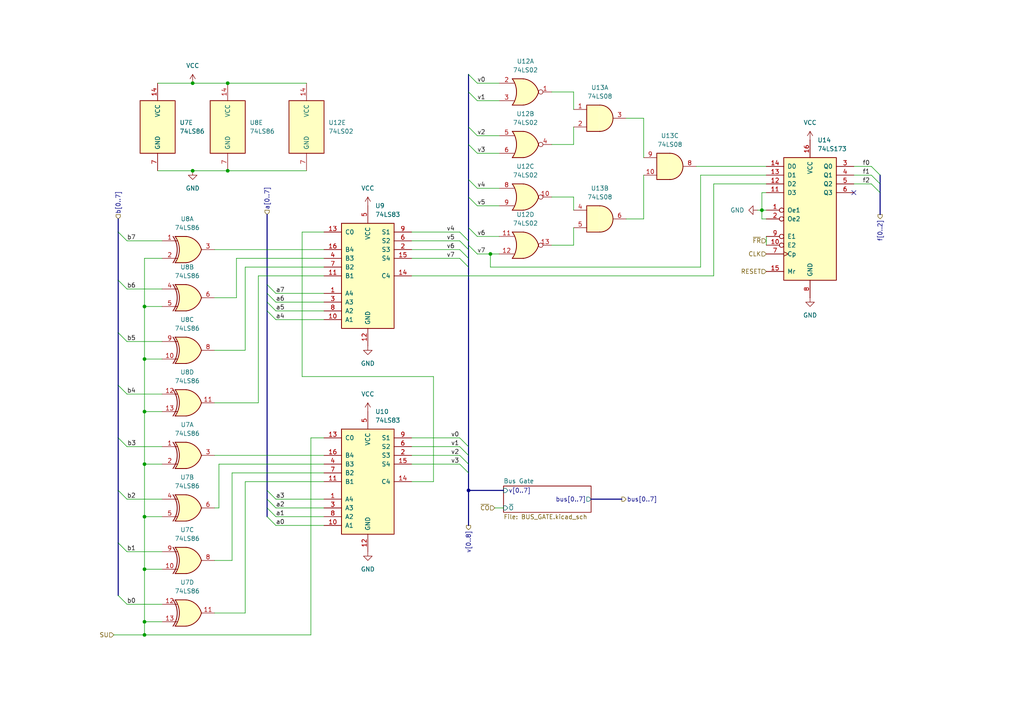
<source format=kicad_sch>
(kicad_sch (version 20250114) (generator "eeschema") (generator_version "9.0")
  (paper "A4")
  (lib_symbols
    (symbol "74xx:74LS02" (pin_names (offset 1.016))
      (property "Reference" "U" (at 0 1.27 0))
      (property "Value" "74LS02" (at 0 -1.27 0))
      (symbol "74LS02_1_1"
        (arc (start -3.81 3.81) (mid -2.589 0) (end -3.81 -3.81) (stroke (width 0.254)))
        (polyline (pts (xy -3.81 3.81) (xy -0.635 3.81)) (stroke (width 0.254)) (fill (type background)))
        (polyline (pts (xy -3.81 -3.81) (xy -0.635 -3.81)) (stroke (width 0.254)) (fill (type background)))
        (arc (start 3.81 0) (mid 2.1855 -2.584) (end -0.6096 -3.81) (stroke (width 0.254)) (fill (type background)))
        (arc (start -0.6096 3.81) (mid 2.1928 2.5924) (end 3.81 0) (stroke (width 0.254)) (fill (type background)))
        (polyline (pts (xy -0.635 3.81) (xy -3.81 3.81) (xy -3.81 3.81) (xy -3.556 3.4036) (xy -3.0226 2.2606) (xy -2.6924 1.0414) (xy -2.6162 -0.254) (xy -2.7686 -1.4986) (xy -3.175 -2.7178) (xy -3.81 -3.81) (xy -3.81 -3.81) (xy -0.635 -3.81)) (stroke (width -25.4)) (fill (type background)))
        (pin input line (at -7.62 2.54 0) (length 4.318) (name "~") (number "2"))
        (pin input line (at -7.62 -2.54 0) (length 4.318) (name "~") (number "3"))
        (pin output inverted (at 7.62 0 180) (length 3.81) (name "~") (number "1"))
      )
      (symbol "74LS02_1_2"
        (arc (start 0 3.81) (mid 3.7934 0) (end 0 -3.81) (stroke (width 0.254)) (fill (type background)))
        (polyline (pts (xy 0 3.81) (xy -3.81 3.81) (xy -3.81 -3.81) (xy 0 -3.81)) (stroke (width 0.254)) (fill (type background)))
        (pin input inverted (at -7.62 2.54 0) (length 3.81) (name "~") (number "2"))
        (pin input inverted (at -7.62 -2.54 0) (length 3.81) (name "~") (number "3"))
        (pin output line (at 7.62 0 180) (length 3.81) (name "~") (number "1"))
      )
      (symbol "74LS02_2_1"
        (arc (start -3.81 3.81) (mid -2.589 0) (end -3.81 -3.81) (stroke (width 0.254)))
        (polyline (pts (xy -3.81 3.81) (xy -0.635 3.81)) (stroke (width 0.254)) (fill (type background)))
        (polyline (pts (xy -3.81 -3.81) (xy -0.635 -3.81)) (stroke (width 0.254)) (fill (type background)))
        (arc (start 3.81 0) (mid 2.1855 -2.584) (end -0.6096 -3.81) (stroke (width 0.254)) (fill (type background)))
        (arc (start -0.6096 3.81) (mid 2.1928 2.5924) (end 3.81 0) (stroke (width 0.254)) (fill (type background)))
        (polyline (pts (xy -0.635 3.81) (xy -3.81 3.81) (xy -3.81 3.81) (xy -3.556 3.4036) (xy -3.0226 2.2606) (xy -2.6924 1.0414) (xy -2.6162 -0.254) (xy -2.7686 -1.4986) (xy -3.175 -2.7178) (xy -3.81 -3.81) (xy -3.81 -3.81) (xy -0.635 -3.81)) (stroke (width -25.4)) (fill (type background)))
        (pin input line (at -7.62 2.54 0) (length 4.318) (name "~") (number "5"))
        (pin input line (at -7.62 -2.54 0) (length 4.318) (name "~") (number "6"))
        (pin output inverted (at 7.62 0 180) (length 3.81) (name "~") (number "4"))
      )
      (symbol "74LS02_2_2"
        (arc (start 0 3.81) (mid 3.7934 0) (end 0 -3.81) (stroke (width 0.254)) (fill (type background)))
        (polyline (pts (xy 0 3.81) (xy -3.81 3.81) (xy -3.81 -3.81) (xy 0 -3.81)) (stroke (width 0.254)) (fill (type background)))
        (pin input inverted (at -7.62 2.54 0) (length 3.81) (name "~") (number "5"))
        (pin input inverted (at -7.62 -2.54 0) (length 3.81) (name "~") (number "6"))
        (pin output line (at 7.62 0 180) (length 3.81) (name "~") (number "4"))
      )
      (symbol "74LS02_3_1"
        (arc (start -3.81 3.81) (mid -2.589 0) (end -3.81 -3.81) (stroke (width 0.254)))
        (polyline (pts (xy -3.81 3.81) (xy -0.635 3.81)) (stroke (width 0.254)) (fill (type background)))
        (polyline (pts (xy -3.81 -3.81) (xy -0.635 -3.81)) (stroke (width 0.254)) (fill (type background)))
        (arc (start 3.81 0) (mid 2.1855 -2.584) (end -0.6096 -3.81) (stroke (width 0.254)) (fill (type background)))
        (arc (start -0.6096 3.81) (mid 2.1928 2.5924) (end 3.81 0) (stroke (width 0.254)) (fill (type background)))
        (polyline (pts (xy -0.635 3.81) (xy -3.81 3.81) (xy -3.81 3.81) (xy -3.556 3.4036) (xy -3.0226 2.2606) (xy -2.6924 1.0414) (xy -2.6162 -0.254) (xy -2.7686 -1.4986) (xy -3.175 -2.7178) (xy -3.81 -3.81) (xy -3.81 -3.81) (xy -0.635 -3.81)) (stroke (width -25.4)) (fill (type background)))
        (pin input line (at -7.62 2.54 0) (length 4.318) (name "~") (number "8"))
        (pin input line (at -7.62 -2.54 0) (length 4.318) (name "~") (number "9"))
        (pin output inverted (at 7.62 0 180) (length 3.81) (name "~") (number "10"))
      )
      (symbol "74LS02_3_2"
        (arc (start 0 3.81) (mid 3.7934 0) (end 0 -3.81) (stroke (width 0.254)) (fill (type background)))
        (polyline (pts (xy 0 3.81) (xy -3.81 3.81) (xy -3.81 -3.81) (xy 0 -3.81)) (stroke (width 0.254)) (fill (type background)))
        (pin input inverted (at -7.62 2.54 0) (length 3.81) (name "~") (number "8"))
        (pin input inverted (at -7.62 -2.54 0) (length 3.81) (name "~") (number "9"))
        (pin output line (at 7.62 0 180) (length 3.81) (name "~") (number "10"))
      )
      (symbol "74LS02_4_1"
        (arc (start -3.81 3.81) (mid -2.589 0) (end -3.81 -3.81) (stroke (width 0.254)))
        (polyline (pts (xy -3.81 3.81) (xy -0.635 3.81)) (stroke (width 0.254)) (fill (type background)))
        (polyline (pts (xy -3.81 -3.81) (xy -0.635 -3.81)) (stroke (width 0.254)) (fill (type background)))
        (arc (start 3.81 0) (mid 2.1855 -2.584) (end -0.6096 -3.81) (stroke (width 0.254)) (fill (type background)))
        (arc (start -0.6096 3.81) (mid 2.1928 2.5924) (end 3.81 0) (stroke (width 0.254)) (fill (type background)))
        (polyline (pts (xy -0.635 3.81) (xy -3.81 3.81) (xy -3.81 3.81) (xy -3.556 3.4036) (xy -3.0226 2.2606) (xy -2.6924 1.0414) (xy -2.6162 -0.254) (xy -2.7686 -1.4986) (xy -3.175 -2.7178) (xy -3.81 -3.81) (xy -3.81 -3.81) (xy -0.635 -3.81)) (stroke (width -25.4)) (fill (type background)))
        (pin input line (at -7.62 2.54 0) (length 4.318) (name "~") (number "11"))
        (pin input line (at -7.62 -2.54 0) (length 4.318) (name "~") (number "12"))
        (pin output inverted (at 7.62 0 180) (length 3.81) (name "~") (number "13"))
      )
      (symbol "74LS02_4_2"
        (arc (start 0 3.81) (mid 3.7934 0) (end 0 -3.81) (stroke (width 0.254)) (fill (type background)))
        (polyline (pts (xy 0 3.81) (xy -3.81 3.81) (xy -3.81 -3.81) (xy 0 -3.81)) (stroke (width 0.254)) (fill (type background)))
        (pin input inverted (at -7.62 2.54 0) (length 3.81) (name "~") (number "11"))
        (pin input inverted (at -7.62 -2.54 0) (length 3.81) (name "~") (number "12"))
        (pin output line (at 7.62 0 180) (length 3.81) (name "~") (number "13"))
      )
      (symbol "74LS02_5_0"
        (pin power_in line (at 0 12.7 270) (length 5.08) (name "VCC") (number "14"))
        (pin power_in line (at 0 -12.7 90) (length 5.08) (name "GND") (number "7"))
      )
      (symbol "74LS02_5_1"
        (rectangle (start -5.08 7.62) (end 5.08 -7.62) (stroke (width 0.254)) (fill (type background)))
      )
    )
    (symbol "74xx:74LS08" (pin_names (offset 1.016))
      (property "Reference" "U" (at 0 1.27 0))
      (property "Value" "74LS08" (at 0 -1.27 0))
      (symbol "74LS08_1_1"
        (arc (start 0 3.81) (mid 3.7934 0) (end 0 -3.81) (stroke (width 0.254)) (fill (type background)))
        (polyline (pts (xy 0 3.81) (xy -3.81 3.81) (xy -3.81 -3.81) (xy 0 -3.81)) (stroke (width 0.254)) (fill (type background)))
        (pin input line (at -7.62 2.54 0) (length 3.81) (name "~") (number "1"))
        (pin input line (at -7.62 -2.54 0) (length 3.81) (name "~") (number "2"))
        (pin output line (at 7.62 0 180) (length 3.81) (name "~") (number "3"))
      )
      (symbol "74LS08_1_2"
        (arc (start -3.81 3.81) (mid -2.589 0) (end -3.81 -3.81) (stroke (width 0.254)))
        (polyline (pts (xy -3.81 3.81) (xy -0.635 3.81)) (stroke (width 0.254)) (fill (type background)))
        (polyline (pts (xy -3.81 -3.81) (xy -0.635 -3.81)) (stroke (width 0.254)) (fill (type background)))
        (arc (start 3.81 0) (mid 2.1855 -2.584) (end -0.6096 -3.81) (stroke (width 0.254)) (fill (type background)))
        (arc (start -0.6096 3.81) (mid 2.1928 2.5924) (end 3.81 0) (stroke (width 0.254)) (fill (type background)))
        (polyline (pts (xy -0.635 3.81) (xy -3.81 3.81) (xy -3.81 3.81) (xy -3.556 3.4036) (xy -3.0226 2.2606) (xy -2.6924 1.0414) (xy -2.6162 -0.254) (xy -2.7686 -1.4986) (xy -3.175 -2.7178) (xy -3.81 -3.81) (xy -3.81 -3.81) (xy -0.635 -3.81)) (stroke (width -25.4)) (fill (type background)))
        (pin input inverted (at -7.62 2.54 0) (length 4.318) (name "~") (number "1"))
        (pin input inverted (at -7.62 -2.54 0) (length 4.318) (name "~") (number "2"))
        (pin output inverted (at 7.62 0 180) (length 3.81) (name "~") (number "3"))
      )
      (symbol "74LS08_2_1"
        (arc (start 0 3.81) (mid 3.7934 0) (end 0 -3.81) (stroke (width 0.254)) (fill (type background)))
        (polyline (pts (xy 0 3.81) (xy -3.81 3.81) (xy -3.81 -3.81) (xy 0 -3.81)) (stroke (width 0.254)) (fill (type background)))
        (pin input line (at -7.62 2.54 0) (length 3.81) (name "~") (number "4"))
        (pin input line (at -7.62 -2.54 0) (length 3.81) (name "~") (number "5"))
        (pin output line (at 7.62 0 180) (length 3.81) (name "~") (number "6"))
      )
      (symbol "74LS08_2_2"
        (arc (start -3.81 3.81) (mid -2.589 0) (end -3.81 -3.81) (stroke (width 0.254)))
        (polyline (pts (xy -3.81 3.81) (xy -0.635 3.81)) (stroke (width 0.254)) (fill (type background)))
        (polyline (pts (xy -3.81 -3.81) (xy -0.635 -3.81)) (stroke (width 0.254)) (fill (type background)))
        (arc (start 3.81 0) (mid 2.1855 -2.584) (end -0.6096 -3.81) (stroke (width 0.254)) (fill (type background)))
        (arc (start -0.6096 3.81) (mid 2.1928 2.5924) (end 3.81 0) (stroke (width 0.254)) (fill (type background)))
        (polyline (pts (xy -0.635 3.81) (xy -3.81 3.81) (xy -3.81 3.81) (xy -3.556 3.4036) (xy -3.0226 2.2606) (xy -2.6924 1.0414) (xy -2.6162 -0.254) (xy -2.7686 -1.4986) (xy -3.175 -2.7178) (xy -3.81 -3.81) (xy -3.81 -3.81) (xy -0.635 -3.81)) (stroke (width -25.4)) (fill (type background)))
        (pin input inverted (at -7.62 2.54 0) (length 4.318) (name "~") (number "4"))
        (pin input inverted (at -7.62 -2.54 0) (length 4.318) (name "~") (number "5"))
        (pin output inverted (at 7.62 0 180) (length 3.81) (name "~") (number "6"))
      )
      (symbol "74LS08_3_1"
        (arc (start 0 3.81) (mid 3.7934 0) (end 0 -3.81) (stroke (width 0.254)) (fill (type background)))
        (polyline (pts (xy 0 3.81) (xy -3.81 3.81) (xy -3.81 -3.81) (xy 0 -3.81)) (stroke (width 0.254)) (fill (type background)))
        (pin input line (at -7.62 2.54 0) (length 3.81) (name "~") (number "9"))
        (pin input line (at -7.62 -2.54 0) (length 3.81) (name "~") (number "10"))
        (pin output line (at 7.62 0 180) (length 3.81) (name "~") (number "8"))
      )
      (symbol "74LS08_3_2"
        (arc (start -3.81 3.81) (mid -2.589 0) (end -3.81 -3.81) (stroke (width 0.254)))
        (polyline (pts (xy -3.81 3.81) (xy -0.635 3.81)) (stroke (width 0.254)) (fill (type background)))
        (polyline (pts (xy -3.81 -3.81) (xy -0.635 -3.81)) (stroke (width 0.254)) (fill (type background)))
        (arc (start 3.81 0) (mid 2.1855 -2.584) (end -0.6096 -3.81) (stroke (width 0.254)) (fill (type background)))
        (arc (start -0.6096 3.81) (mid 2.1928 2.5924) (end 3.81 0) (stroke (width 0.254)) (fill (type background)))
        (polyline (pts (xy -0.635 3.81) (xy -3.81 3.81) (xy -3.81 3.81) (xy -3.556 3.4036) (xy -3.0226 2.2606) (xy -2.6924 1.0414) (xy -2.6162 -0.254) (xy -2.7686 -1.4986) (xy -3.175 -2.7178) (xy -3.81 -3.81) (xy -3.81 -3.81) (xy -0.635 -3.81)) (stroke (width -25.4)) (fill (type background)))
        (pin input inverted (at -7.62 2.54 0) (length 4.318) (name "~") (number "9"))
        (pin input inverted (at -7.62 -2.54 0) (length 4.318) (name "~") (number "10"))
        (pin output inverted (at 7.62 0 180) (length 3.81) (name "~") (number "8"))
      )
      (symbol "74LS08_4_1"
        (arc (start 0 3.81) (mid 3.7934 0) (end 0 -3.81) (stroke (width 0.254)) (fill (type background)))
        (polyline (pts (xy 0 3.81) (xy -3.81 3.81) (xy -3.81 -3.81) (xy 0 -3.81)) (stroke (width 0.254)) (fill (type background)))
        (pin input line (at -7.62 2.54 0) (length 3.81) (name "~") (number "12"))
        (pin input line (at -7.62 -2.54 0) (length 3.81) (name "~") (number "13"))
        (pin output line (at 7.62 0 180) (length 3.81) (name "~") (number "11"))
      )
      (symbol "74LS08_4_2"
        (arc (start -3.81 3.81) (mid -2.589 0) (end -3.81 -3.81) (stroke (width 0.254)))
        (polyline (pts (xy -3.81 3.81) (xy -0.635 3.81)) (stroke (width 0.254)) (fill (type background)))
        (polyline (pts (xy -3.81 -3.81) (xy -0.635 -3.81)) (stroke (width 0.254)) (fill (type background)))
        (arc (start 3.81 0) (mid 2.1855 -2.584) (end -0.6096 -3.81) (stroke (width 0.254)) (fill (type background)))
        (arc (start -0.6096 3.81) (mid 2.1928 2.5924) (end 3.81 0) (stroke (width 0.254)) (fill (type background)))
        (polyline (pts (xy -0.635 3.81) (xy -3.81 3.81) (xy -3.81 3.81) (xy -3.556 3.4036) (xy -3.0226 2.2606) (xy -2.6924 1.0414) (xy -2.6162 -0.254) (xy -2.7686 -1.4986) (xy -3.175 -2.7178) (xy -3.81 -3.81) (xy -3.81 -3.81) (xy -0.635 -3.81)) (stroke (width -25.4)) (fill (type background)))
        (pin input inverted (at -7.62 2.54 0) (length 4.318) (name "~") (number "12"))
        (pin input inverted (at -7.62 -2.54 0) (length 4.318) (name "~") (number "13"))
        (pin output inverted (at 7.62 0 180) (length 3.81) (name "~") (number "11"))
      )
      (symbol "74LS08_5_0"
        (pin power_in line (at 0 12.7 270) (length 5.08) (name "VCC") (number "14"))
        (pin power_in line (at 0 -12.7 90) (length 5.08) (name "GND") (number "7"))
      )
      (symbol "74LS08_5_1"
        (rectangle (start -5.08 7.62) (end 5.08 -7.62) (stroke (width 0.254)) (fill (type background)))
      )
    )
    (symbol "74xx:74LS173" (pin_names (offset 1.016))
      (property "Reference" "U" (at -7.62 19.05 0))
      (property "Value" "74LS173" (at -7.62 -19.05 0))
      (symbol "74LS173_1_0"
        (pin input line (at -12.7 15.24 0) (length 5.08) (name "D0") (number "14"))
        (pin input line (at -12.7 12.7 0) (length 5.08) (name "D1") (number "13"))
        (pin input line (at -12.7 10.16 0) (length 5.08) (name "D2") (number "12"))
        (pin input line (at -12.7 7.62 0) (length 5.08) (name "D3") (number "11"))
        (pin input inverted (at -12.7 2.54 0) (length 5.08) (name "Oe1") (number "1"))
        (pin input inverted (at -12.7 0 0) (length 5.08) (name "Oe2") (number "2"))
        (pin input inverted (at -12.7 -5.08 0) (length 5.08) (name "E1") (number "9"))
        (pin input inverted (at -12.7 -7.62 0) (length 5.08) (name "E2") (number "10"))
        (pin input clock (at -12.7 -10.16 0) (length 5.08) (name "Cp") (number "7"))
        (pin input line (at -12.7 -15.24 0) (length 5.08) (name "Mr") (number "15"))
        (pin power_in line (at 0 22.86 270) (length 5.08) (name "VCC") (number "16"))
        (pin power_in line (at 0 -22.86 90) (length 5.08) (name "GND") (number "8"))
        (pin tri_state line (at 12.7 15.24 180) (length 5.08) (name "Q0") (number "3"))
        (pin tri_state line (at 12.7 12.7 180) (length 5.08) (name "Q1") (number "4"))
        (pin tri_state line (at 12.7 10.16 180) (length 5.08) (name "Q2") (number "5"))
        (pin tri_state line (at 12.7 7.62 180) (length 5.08) (name "Q3") (number "6"))
      )
      (symbol "74LS173_1_1"
        (rectangle (start -7.62 17.78) (end 7.62 -17.78) (stroke (width 0.254)) (fill (type background)))
      )
    )
    (symbol "74xx:74LS83" (pin_names (offset 1.016))
      (property "Reference" "U" (at -7.62 16.51 0))
      (property "Value" "74LS83" (at -7.62 -16.51 0))
      (symbol "74LS83_1_0"
        (pin input line (at -12.7 12.7 0) (length 5.08) (name "C0") (number "13"))
        (pin input line (at -12.7 7.62 0) (length 5.08) (name "B4") (number "16"))
        (pin input line (at -12.7 5.08 0) (length 5.08) (name "B3") (number "4"))
        (pin input line (at -12.7 2.54 0) (length 5.08) (name "B2") (number "7"))
        (pin input line (at -12.7 0 0) (length 5.08) (name "B1") (number "11"))
        (pin input line (at -12.7 -5.08 0) (length 5.08) (name "A4") (number "1"))
        (pin input line (at -12.7 -7.62 0) (length 5.08) (name "A3") (number "3"))
        (pin input line (at -12.7 -10.16 0) (length 5.08) (name "A2") (number "8"))
        (pin input line (at -12.7 -12.7 0) (length 5.08) (name "A1") (number "10"))
        (pin power_in line (at 0 20.32 270) (length 5.08) (name "VCC") (number "5"))
        (pin power_in line (at 0 -20.32 90) (length 5.08) (name "GND") (number "12"))
        (pin output line (at 12.7 12.7 180) (length 5.08) (name "S1") (number "9"))
        (pin output line (at 12.7 10.16 180) (length 5.08) (name "S2") (number "6"))
        (pin output line (at 12.7 7.62 180) (length 5.08) (name "S3") (number "2"))
        (pin output line (at 12.7 5.08 180) (length 5.08) (name "S4") (number "15"))
        (pin output line (at 12.7 0 180) (length 5.08) (name "C4") (number "14"))
      )
      (symbol "74LS83_1_1"
        (rectangle (start -7.62 15.24) (end 7.62 -15.24) (stroke (width 0.254)) (fill (type background)))
      )
    )
    (symbol "74xx:74LS86" (pin_names (offset 1.016))
      (property "Reference" "U" (at 0 1.27 0))
      (property "Value" "74LS86" (at 0 -1.27 0))
      (symbol "74LS86_1_0"
        (arc (start -4.4196 3.81) (mid -3.2033 0) (end -4.4196 -3.81) (stroke (width 0.254)))
        (arc (start -3.81 3.81) (mid -2.589 0) (end -3.81 -3.81) (stroke (width 0.254)))
        (polyline (pts (xy -3.81 3.81) (xy -0.635 3.81)) (stroke (width 0.254)) (fill (type background)))
        (polyline (pts (xy -3.81 -3.81) (xy -0.635 -3.81)) (stroke (width 0.254)) (fill (type background)))
        (arc (start 3.81 0) (mid 2.1855 -2.584) (end -0.6096 -3.81) (stroke (width 0.254)) (fill (type background)))
        (arc (start -0.6096 3.81) (mid 2.1928 2.5924) (end 3.81 0) (stroke (width 0.254)) (fill (type background)))
        (polyline (pts (xy -0.635 3.81) (xy -3.81 3.81) (xy -3.81 3.81) (xy -3.556 3.4036) (xy -3.0226 2.2606) (xy -2.6924 1.0414) (xy -2.6162 -0.254) (xy -2.7686 -1.4986) (xy -3.175 -2.7178) (xy -3.81 -3.81) (xy -3.81 -3.81) (xy -0.635 -3.81)) (stroke (width -25.4)) (fill (type background)))
        (pin input line (at -7.62 2.54 0) (length 4.445) (name "~") (number "1"))
        (pin input line (at -7.62 -2.54 0) (length 4.445) (name "~") (number "2"))
        (pin output line (at 7.62 0 180) (length 3.81) (name "~") (number "3"))
      )
      (symbol "74LS86_1_1"
        (polyline (pts (xy -3.81 2.54) (xy -3.175 2.54)) (stroke (width 0.1524)))
        (polyline (pts (xy -3.81 -2.54) (xy -3.175 -2.54)) (stroke (width 0.1524)))
      )
      (symbol "74LS86_2_0"
        (arc (start -4.4196 3.81) (mid -3.2033 0) (end -4.4196 -3.81) (stroke (width 0.254)))
        (arc (start -3.81 3.81) (mid -2.589 0) (end -3.81 -3.81) (stroke (width 0.254)))
        (polyline (pts (xy -3.81 3.81) (xy -0.635 3.81)) (stroke (width 0.254)) (fill (type background)))
        (polyline (pts (xy -3.81 -3.81) (xy -0.635 -3.81)) (stroke (width 0.254)) (fill (type background)))
        (arc (start 3.81 0) (mid 2.1855 -2.584) (end -0.6096 -3.81) (stroke (width 0.254)) (fill (type background)))
        (arc (start -0.6096 3.81) (mid 2.1928 2.5924) (end 3.81 0) (stroke (width 0.254)) (fill (type background)))
        (polyline (pts (xy -0.635 3.81) (xy -3.81 3.81) (xy -3.81 3.81) (xy -3.556 3.4036) (xy -3.0226 2.2606) (xy -2.6924 1.0414) (xy -2.6162 -0.254) (xy -2.7686 -1.4986) (xy -3.175 -2.7178) (xy -3.81 -3.81) (xy -3.81 -3.81) (xy -0.635 -3.81)) (stroke (width -25.4)) (fill (type background)))
        (pin input line (at -7.62 2.54 0) (length 4.445) (name "~") (number "4"))
        (pin input line (at -7.62 -2.54 0) (length 4.445) (name "~") (number "5"))
        (pin output line (at 7.62 0 180) (length 3.81) (name "~") (number "6"))
      )
      (symbol "74LS86_2_1"
        (polyline (pts (xy -3.81 2.54) (xy -3.175 2.54)) (stroke (width 0.1524)))
        (polyline (pts (xy -3.81 -2.54) (xy -3.175 -2.54)) (stroke (width 0.1524)))
      )
      (symbol "74LS86_3_0"
        (arc (start -4.4196 3.81) (mid -3.2033 0) (end -4.4196 -3.81) (stroke (width 0.254)))
        (arc (start -3.81 3.81) (mid -2.589 0) (end -3.81 -3.81) (stroke (width 0.254)))
        (polyline (pts (xy -3.81 3.81) (xy -0.635 3.81)) (stroke (width 0.254)) (fill (type background)))
        (polyline (pts (xy -3.81 -3.81) (xy -0.635 -3.81)) (stroke (width 0.254)) (fill (type background)))
        (arc (start 3.81 0) (mid 2.1855 -2.584) (end -0.6096 -3.81) (stroke (width 0.254)) (fill (type background)))
        (arc (start -0.6096 3.81) (mid 2.1928 2.5924) (end 3.81 0) (stroke (width 0.254)) (fill (type background)))
        (polyline (pts (xy -0.635 3.81) (xy -3.81 3.81) (xy -3.81 3.81) (xy -3.556 3.4036) (xy -3.0226 2.2606) (xy -2.6924 1.0414) (xy -2.6162 -0.254) (xy -2.7686 -1.4986) (xy -3.175 -2.7178) (xy -3.81 -3.81) (xy -3.81 -3.81) (xy -0.635 -3.81)) (stroke (width -25.4)) (fill (type background)))
        (pin input line (at -7.62 2.54 0) (length 4.445) (name "~") (number "9"))
        (pin input line (at -7.62 -2.54 0) (length 4.445) (name "~") (number "10"))
        (pin output line (at 7.62 0 180) (length 3.81) (name "~") (number "8"))
      )
      (symbol "74LS86_3_1"
        (polyline (pts (xy -3.81 2.54) (xy -3.175 2.54)) (stroke (width 0.1524)))
        (polyline (pts (xy -3.81 -2.54) (xy -3.175 -2.54)) (stroke (width 0.1524)))
      )
      (symbol "74LS86_4_0"
        (arc (start -4.4196 3.81) (mid -3.2033 0) (end -4.4196 -3.81) (stroke (width 0.254)))
        (arc (start -3.81 3.81) (mid -2.589 0) (end -3.81 -3.81) (stroke (width 0.254)))
        (polyline (pts (xy -3.81 3.81) (xy -0.635 3.81)) (stroke (width 0.254)) (fill (type background)))
        (polyline (pts (xy -3.81 -3.81) (xy -0.635 -3.81)) (stroke (width 0.254)) (fill (type background)))
        (arc (start 3.81 0) (mid 2.1855 -2.584) (end -0.6096 -3.81) (stroke (width 0.254)) (fill (type background)))
        (arc (start -0.6096 3.81) (mid 2.1928 2.5924) (end 3.81 0) (stroke (width 0.254)) (fill (type background)))
        (polyline (pts (xy -0.635 3.81) (xy -3.81 3.81) (xy -3.81 3.81) (xy -3.556 3.4036) (xy -3.0226 2.2606) (xy -2.6924 1.0414) (xy -2.6162 -0.254) (xy -2.7686 -1.4986) (xy -3.175 -2.7178) (xy -3.81 -3.81) (xy -3.81 -3.81) (xy -0.635 -3.81)) (stroke (width -25.4)) (fill (type background)))
        (pin input line (at -7.62 2.54 0) (length 4.445) (name "~") (number "12"))
        (pin input line (at -7.62 -2.54 0) (length 4.445) (name "~") (number "13"))
        (pin output line (at 7.62 0 180) (length 3.81) (name "~") (number "11"))
      )
      (symbol "74LS86_4_1"
        (polyline (pts (xy -3.81 2.54) (xy -3.175 2.54)) (stroke (width 0.1524)))
        (polyline (pts (xy -3.81 -2.54) (xy -3.175 -2.54)) (stroke (width 0.1524)))
      )
      (symbol "74LS86_5_0"
        (pin power_in line (at 0 12.7 270) (length 5.08) (name "VCC") (number "14"))
        (pin power_in line (at 0 -12.7 90) (length 5.08) (name "GND") (number "7"))
      )
      (symbol "74LS86_5_1"
        (rectangle (start -5.08 7.62) (end 5.08 -7.62) (stroke (width 0.254)) (fill (type background)))
      )
    )
    (symbol "power:GND" (power) (pin_numbers (hide yes)) (pin_names (offset 0) (hide yes))
      (property "Value" "GND" (at 0 -3.81 0))
      (symbol "GND_0_1"
        (polyline (pts (xy 0 0) (xy 0 -1.27) (xy 1.27 -1.27) (xy 0 -2.54) (xy -1.27 -1.27) (xy 0 -1.27)))
      )
      (symbol "GND_1_1"
        (pin power_in line (at 0 0 270) (length 0) (name "~") (number "1"))
      )
    )
    (symbol "power:VCC" (power) (pin_numbers (hide yes)) (pin_names (offset 0) (hide yes))
      (property "Value" "VCC" (at 0 3.556 0))
      (symbol "VCC_0_1"
        (polyline (pts (xy -0.762 1.27) (xy 0 2.54)))
        (polyline (pts (xy 0 2.54) (xy 0.762 1.27)))
        (polyline (pts (xy 0 0) (xy 0 2.54)))
      )
      (symbol "VCC_1_1"
        (pin power_in line (at 0 0 90) (length 0) (name "~") (number "1"))
      )
    )
  )
  (junction (at 41.91 104.14))
  (junction (at 55.88 24.13))
  (junction (at 55.88 49.53))
  (junction (at 41.91 149.86))
  (junction (at 142.24 73.66))
  (junction (at 135.89 142.24))
  (junction (at 41.91 119.38))
  (junction (at 66.04 49.53))
  (junction (at 41.91 180.34))
  (junction (at 220.98 60.96))
  (junction (at 41.91 165.1))
  (junction (at 66.04 24.13))
  (junction (at 41.91 184.15))
  (junction (at 41.91 88.9))
  (junction (at 41.91 134.62))
  (no_connect (at 247.65 55.88))
  (bus_entry (at 135.89 71.12) (size 2.54 2.54))
  (bus_entry (at 133.35 132.08) (size 2.54 2.54))
  (bus_entry (at 34.29 142.24) (size 2.54 2.54))
  (bus_entry (at 34.29 157.48) (size 2.54 2.54))
  (bus_entry (at 34.29 81.28) (size 2.54 2.54))
  (bus_entry (at 34.29 172.72) (size 2.54 2.54))
  (bus_entry (at 77.47 85.09) (size 2.54 2.54))
  (bus_entry (at 133.35 72.39) (size 2.54 2.54))
  (bus_entry (at 135.89 66.04) (size 2.54 2.54))
  (bus_entry (at 135.89 57.15) (size 2.54 2.54))
  (bus_entry (at 133.35 67.31) (size 2.54 2.54))
  (bus_entry (at 135.89 21.59) (size 2.54 2.54))
  (bus_entry (at 77.47 147.32) (size 2.54 2.54))
  (bus_entry (at 135.89 26.67) (size 2.54 2.54))
  (bus_entry (at 77.47 90.17) (size 2.54 2.54))
  (bus_entry (at 34.29 111.76) (size 2.54 2.54))
  (bus_entry (at 34.29 96.52) (size 2.54 2.54))
  (bus_entry (at 133.35 127) (size 2.54 2.54))
  (bus_entry (at 34.29 127) (size 2.54 2.54))
  (bus_entry (at 133.35 69.85) (size 2.54 2.54))
  (bus_entry (at 133.35 74.93) (size 2.54 2.54))
  (bus_entry (at 34.29 67.31) (size 2.54 2.54))
  (bus_entry (at 77.47 144.78) (size 2.54 2.54))
  (bus_entry (at 252.73 50.8) (size 2.54 2.54))
  (bus_entry (at 252.73 53.34) (size 2.54 2.54))
  (bus_entry (at 77.47 149.86) (size 2.54 2.54))
  (bus_entry (at 135.89 41.91) (size 2.54 2.54))
  (bus_entry (at 133.35 134.62) (size 2.54 2.54))
  (bus_entry (at 77.47 82.55) (size 2.54 2.54))
  (bus_entry (at 135.89 36.83) (size 2.54 2.54))
  (bus_entry (at 135.89 52.07) (size 2.54 2.54))
  (bus_entry (at 133.35 129.54) (size 2.54 2.54))
  (bus_entry (at 77.47 142.24) (size 2.54 2.54))
  (bus_entry (at 77.47 87.63) (size 2.54 2.54))
  (bus_entry (at 252.73 48.26) (size 2.54 2.54))
  (bus (pts (xy 77.47 82.55) (xy 77.47 85.09)))
  (wire (pts (xy 207.01 53.34) (xy 222.25 53.34)))
  (bus (pts (xy 255.27 50.8) (xy 255.27 53.34)))
  (wire (pts (xy 181.61 63.5) (xy 186.69 63.5)))
  (wire (pts (xy 119.38 129.54) (xy 133.35 129.54)))
  (wire (pts (xy 143.51 147.32) (xy 146.05 147.32)))
  (wire (pts (xy 41.91 119.38) (xy 41.91 134.62)))
  (bus (pts (xy 77.47 62.23) (xy 77.47 82.55)))
  (wire (pts (xy 62.23 101.6) (xy 71.12 101.6)))
  (wire (pts (xy 71.12 177.8) (xy 71.12 139.7)))
  (wire (pts (xy 55.88 24.13) (xy 66.04 24.13)))
  (wire (pts (xy 71.12 139.7) (xy 93.98 139.7)))
  (wire (pts (xy 160.02 41.91) (xy 166.37 41.91)))
  (bus (pts (xy 135.89 52.07) (xy 135.89 57.15)))
  (bus (pts (xy 34.29 67.31) (xy 34.29 81.28)))
  (wire (pts (xy 67.31 162.56) (xy 67.31 137.16)))
  (bus (pts (xy 255.27 53.34) (xy 255.27 55.88)))
  (wire (pts (xy 160.02 26.67) (xy 166.37 26.67)))
  (bus (pts (xy 34.29 111.76) (xy 34.29 127)))
  (wire (pts (xy 36.83 114.3) (xy 46.99 114.3)))
  (wire (pts (xy 201.93 48.26) (xy 222.25 48.26)))
  (wire (pts (xy 80.01 147.32) (xy 93.98 147.32)))
  (bus (pts (xy 135.89 71.12) (xy 135.89 72.39)))
  (wire (pts (xy 80.01 92.71) (xy 93.98 92.71)))
  (wire (pts (xy 36.83 99.06) (xy 46.99 99.06)))
  (wire (pts (xy 36.83 160.02) (xy 46.99 160.02)))
  (wire (pts (xy 36.83 144.78) (xy 46.99 144.78)))
  (wire (pts (xy 119.38 134.62) (xy 133.35 134.62)))
  (wire (pts (xy 33.02 184.15) (xy 41.91 184.15)))
  (wire (pts (xy 67.31 137.16) (xy 93.98 137.16)))
  (bus (pts (xy 135.89 74.93) (xy 135.89 77.47)))
  (wire (pts (xy 160.02 71.12) (xy 166.37 71.12)))
  (wire (pts (xy 119.38 139.7) (xy 125.73 139.7)))
  (wire (pts (xy 203.2 50.8) (xy 222.25 50.8)))
  (bus (pts (xy 135.89 72.39) (xy 135.89 74.93)))
  (wire (pts (xy 74.93 80.01) (xy 93.98 80.01)))
  (wire (pts (xy 142.24 73.66) (xy 144.78 73.66)))
  (bus (pts (xy 77.47 147.32) (xy 77.47 149.86)))
  (wire (pts (xy 166.37 26.67) (xy 166.37 31.75)))
  (wire (pts (xy 119.38 67.31) (xy 133.35 67.31)))
  (bus (pts (xy 135.89 77.47) (xy 135.89 129.54)))
  (bus (pts (xy 135.89 137.16) (xy 135.89 142.24)))
  (wire (pts (xy 80.01 87.63) (xy 93.98 87.63)))
  (wire (pts (xy 138.43 68.58) (xy 144.78 68.58)))
  (wire (pts (xy 247.65 53.34) (xy 252.73 53.34)))
  (wire (pts (xy 80.01 149.86) (xy 93.98 149.86)))
  (wire (pts (xy 80.01 85.09) (xy 93.98 85.09)))
  (bus (pts (xy 34.29 127) (xy 34.29 142.24)))
  (bus (pts (xy 135.89 26.67) (xy 135.89 36.83)))
  (bus (pts (xy 135.89 129.54) (xy 135.89 132.08)))
  (wire (pts (xy 160.02 57.15) (xy 166.37 57.15)))
  (bus (pts (xy 77.47 144.78) (xy 77.47 147.32)))
  (wire (pts (xy 80.01 152.4) (xy 93.98 152.4)))
  (bus (pts (xy 135.89 21.59) (xy 135.89 26.67)))
  (wire (pts (xy 41.91 149.86) (xy 46.99 149.86)))
  (wire (pts (xy 36.83 129.54) (xy 46.99 129.54)))
  (wire (pts (xy 46.99 74.93) (xy 41.91 74.93)))
  (wire (pts (xy 222.25 55.88) (xy 220.98 55.88)))
  (bus (pts (xy 135.89 36.83) (xy 135.89 41.91)))
  (wire (pts (xy 66.04 24.13) (xy 88.9 24.13)))
  (wire (pts (xy 36.83 175.26) (xy 46.99 175.26)))
  (wire (pts (xy 222.25 68.58) (xy 222.25 71.12)))
  (bus (pts (xy 34.29 142.24) (xy 34.29 157.48)))
  (bus (pts (xy 77.47 142.24) (xy 77.47 144.78)))
  (wire (pts (xy 207.01 53.34) (xy 207.01 80.01)))
  (bus (pts (xy 135.89 132.08) (xy 135.89 134.62)))
  (bus (pts (xy 77.47 85.09) (xy 77.47 87.63)))
  (bus (pts (xy 77.47 90.17) (xy 77.47 142.24)))
  (bus (pts (xy 77.47 87.63) (xy 77.47 90.17)))
  (bus (pts (xy 135.89 134.62) (xy 135.89 137.16)))
  (wire (pts (xy 45.72 24.13) (xy 55.88 24.13)))
  (wire (pts (xy 166.37 41.91) (xy 166.37 36.83)))
  (wire (pts (xy 41.91 184.15) (xy 41.91 180.34)))
  (wire (pts (xy 68.58 74.93) (xy 93.98 74.93)))
  (wire (pts (xy 71.12 77.47) (xy 93.98 77.47)))
  (wire (pts (xy 247.65 48.26) (xy 252.73 48.26)))
  (bus (pts (xy 135.89 142.24) (xy 146.05 142.24)))
  (wire (pts (xy 80.01 144.78) (xy 93.98 144.78)))
  (wire (pts (xy 138.43 44.45) (xy 144.78 44.45)))
  (wire (pts (xy 87.63 109.22) (xy 87.63 67.31)))
  (wire (pts (xy 220.98 55.88) (xy 220.98 60.96)))
  (bus (pts (xy 135.89 66.04) (xy 135.89 69.85)))
  (wire (pts (xy 186.69 34.29) (xy 186.69 45.72)))
  (wire (pts (xy 41.91 180.34) (xy 46.99 180.34)))
  (bus (pts (xy 135.89 57.15) (xy 135.89 66.04)))
  (bus (pts (xy 34.29 81.28) (xy 34.29 96.52)))
  (wire (pts (xy 119.38 72.39) (xy 133.35 72.39)))
  (wire (pts (xy 181.61 34.29) (xy 186.69 34.29)))
  (wire (pts (xy 138.43 54.61) (xy 144.78 54.61)))
  (bus (pts (xy 135.89 69.85) (xy 135.89 71.12)))
  (wire (pts (xy 142.24 73.66) (xy 142.24 77.47)))
  (wire (pts (xy 62.23 147.32) (xy 63.5 147.32)))
  (wire (pts (xy 138.43 59.69) (xy 144.78 59.69)))
  (wire (pts (xy 36.83 83.82) (xy 46.99 83.82)))
  (wire (pts (xy 90.17 127) (xy 90.17 184.15)))
  (wire (pts (xy 119.38 132.08) (xy 133.35 132.08)))
  (wire (pts (xy 41.91 88.9) (xy 41.91 104.14)))
  (wire (pts (xy 41.91 88.9) (xy 46.99 88.9)))
  (wire (pts (xy 247.65 50.8) (xy 252.73 50.8)))
  (bus (pts (xy 34.29 96.52) (xy 34.29 111.76)))
  (wire (pts (xy 220.98 60.96) (xy 222.25 60.96)))
  (wire (pts (xy 55.88 49.53) (xy 66.04 49.53)))
  (wire (pts (xy 63.5 134.62) (xy 93.98 134.62)))
  (wire (pts (xy 138.43 29.21) (xy 144.78 29.21)))
  (wire (pts (xy 119.38 80.01) (xy 207.01 80.01)))
  (wire (pts (xy 80.01 90.17) (xy 93.98 90.17)))
  (bus (pts (xy 34.29 157.48) (xy 34.29 172.72)))
  (wire (pts (xy 125.73 139.7) (xy 125.73 109.22)))
  (wire (pts (xy 71.12 101.6) (xy 71.12 77.47)))
  (wire (pts (xy 41.91 134.62) (xy 41.91 149.86)))
  (bus (pts (xy 135.89 142.24) (xy 135.89 152.4)))
  (wire (pts (xy 119.38 127) (xy 133.35 127)))
  (wire (pts (xy 166.37 71.12) (xy 166.37 66.04)))
  (wire (pts (xy 93.98 127) (xy 90.17 127)))
  (wire (pts (xy 68.58 86.36) (xy 68.58 74.93)))
  (wire (pts (xy 62.23 132.08) (xy 93.98 132.08)))
  (wire (pts (xy 220.98 60.96) (xy 220.98 63.5)))
  (wire (pts (xy 74.93 116.84) (xy 74.93 80.01)))
  (wire (pts (xy 62.23 86.36) (xy 68.58 86.36)))
  (wire (pts (xy 125.73 109.22) (xy 87.63 109.22)))
  (bus (pts (xy 255.27 55.88) (xy 255.27 62.23)))
  (wire (pts (xy 87.63 67.31) (xy 93.98 67.31)))
  (wire (pts (xy 41.91 104.14) (xy 46.99 104.14)))
  (wire (pts (xy 41.91 74.93) (xy 41.91 88.9)))
  (wire (pts (xy 119.38 69.85) (xy 133.35 69.85)))
  (wire (pts (xy 203.2 77.47) (xy 203.2 50.8)))
  (wire (pts (xy 219.71 60.96) (xy 220.98 60.96)))
  (wire (pts (xy 142.24 77.47) (xy 203.2 77.47)))
  (bus (pts (xy 171.45 144.78) (xy 180.34 144.78)))
  (wire (pts (xy 36.83 69.85) (xy 46.99 69.85)))
  (bus (pts (xy 135.89 41.91) (xy 135.89 52.07)))
  (wire (pts (xy 138.43 24.13) (xy 144.78 24.13)))
  (wire (pts (xy 62.23 116.84) (xy 74.93 116.84)))
  (wire (pts (xy 220.98 63.5) (xy 222.25 63.5)))
  (wire (pts (xy 138.43 39.37) (xy 144.78 39.37)))
  (wire (pts (xy 62.23 72.39) (xy 93.98 72.39)))
  (wire (pts (xy 63.5 147.32) (xy 63.5 134.62)))
  (bus (pts (xy 34.29 63.5) (xy 34.29 67.31)))
  (wire (pts (xy 41.91 119.38) (xy 46.99 119.38)))
  (wire (pts (xy 166.37 57.15) (xy 166.37 60.96)))
  (wire (pts (xy 41.91 149.86) (xy 41.91 165.1)))
  (wire (pts (xy 62.23 162.56) (xy 67.31 162.56)))
  (wire (pts (xy 41.91 134.62) (xy 46.99 134.62)))
  (wire (pts (xy 138.43 73.66) (xy 142.24 73.66)))
  (wire (pts (xy 41.91 165.1) (xy 46.99 165.1)))
  (wire (pts (xy 186.69 63.5) (xy 186.69 50.8)))
  (wire (pts (xy 90.17 184.15) (xy 41.91 184.15)))
  (wire (pts (xy 66.04 49.53) (xy 88.9 49.53)))
  (wire (pts (xy 45.72 49.53) (xy 55.88 49.53)))
  (wire (pts (xy 41.91 104.14) (xy 41.91 119.38)))
  (wire (pts (xy 62.23 177.8) (xy 71.12 177.8)))
  (wire (pts (xy 41.91 165.1) (xy 41.91 180.34)))
  (wire (pts (xy 119.38 74.93) (xy 133.35 74.93)))
  (label "v1" (at 130.81 129.54 0))
  (label "v3" (at 138.43 44.45 0))
  (label "f1" (at 250.19 50.8 0))
  (label "v4" (at 129.54 67.31 0))
  (label "a5" (at 80.01 90.17 0))
  (label "v5" (at 129.54 69.85 0))
  (label "v0" (at 138.43 24.13 0))
  (label "a2" (at 80.01 147.32 0))
  (label "b5" (at 36.83 99.06 0))
  (label "a7" (at 80.01 85.09 0))
  (label "v1" (at 138.43 29.21 0))
  (label "v6" (at 138.43 68.58 0))
  (label "v6" (at 129.54 72.39 0))
  (label "v4" (at 138.43 54.61 0))
  (label "a0" (at 80.01 152.4 0))
  (label "v5" (at 138.43 59.69 0))
  (label "a3" (at 80.01 144.78 0))
  (label "f0" (at 250.19 48.26 0))
  (label "a1" (at 80.01 149.86 0))
  (label "v2" (at 130.81 132.08 0))
  (label "v0" (at 130.81 127 0))
  (label "v7" (at 129.54 74.93 0))
  (label "v7" (at 138.43 73.66 0))
  (label "b1" (at 36.83 160.02 0))
  (label "v3" (at 130.81 134.62 0))
  (label "b6" (at 36.83 83.82 0))
  (label "b4" (at 36.83 114.3 0))
  (label "b7" (at 36.83 69.85 0))
  (label "v2" (at 138.43 39.37 0))
  (label "b2" (at 36.83 144.78 0))
  (label "a6" (at 80.01 87.63 0))
  (label "f2" (at 250.19 53.34 0))
  (label "a4" (at 80.01 92.71 0))
  (label "b3" (at 36.9137 129.54 0))
  (label "b0" (at 36.83 175.26 0))
  (hierarchical_label "CLK" (shape input) (at 222.25 73.66 180))
  (hierarchical_label "~{FR}" (shape input) (at 222.25 69.85 180))
  (hierarchical_label "~{CO}" (shape input) (at 143.51 147.32 180))
  (hierarchical_label "f[0..2]" (shape output) (at 255.27 62.23 270))
  (hierarchical_label "bus[0..7]" (shape output) (at 180.34 144.78 0))
  (hierarchical_label "a[0..7]" (shape input) (at 77.47 62.23 90))
  (hierarchical_label "SU" (shape input) (at 33.02 184.15 180))
  (hierarchical_label "v[0..8]" (shape output) (at 135.89 152.4 270))
  (hierarchical_label "b[0..7]" (shape input) (at 34.29 63.5 90))
  (hierarchical_label "RESET" (shape input) (at 222.25 78.74 180))
  (symbol (lib_id "74xx:74LS86") (at 54.61 177.8 0) (unit 4)
    (property "Reference" "U7" (at 54.3052 168.91 0))
    (property "Value" "74LS86" (at 54.3052 171.45 0))
    (property "Footprint" "Package_DIP:DIP-14_W7.62mm" (effects (hide yes)))
    (property "Datasheet" "74xx/74ls86.pdf" (effects (hide yes)))
    (property "Description" "Quad 2-input XOR" (effects (hide yes)))
  )
  (symbol (lib_id "74xx:74LS86") (at 54.61 86.36 0) (unit 2)
    (property "Reference" "U8" (at 54.3052 77.47 0))
    (property "Value" "74LS86" (at 54.3052 80.01 0))
    (property "Footprint" "Package_DIP:DIP-14_W7.62mm" (effects (hide yes)))
    (property "Datasheet" "74xx/74ls86.pdf" (effects (hide yes)))
    (property "Description" "Quad 2-input XOR" (effects (hide yes)))
  )
  (symbol (lib_id "power:VCC") (at 55.88 24.13 0) (unit 1)
    (property "Reference" "#PWR021" (effects (hide yes)))
    (property "Value" "VCC" (at 55.88 19.05 0))
    (property "Description" "Power symbol creates a global label with name \"VCC\"" (effects (hide yes)))
  )
  (symbol (lib_id "74xx:74LS02") (at 152.4 57.15 0) (unit 3)
    (property "Reference" "U12" (at 152.4 48.26 0))
    (property "Value" "74LS02" (at 152.4 50.8 0))
    (property "Footprint" "Package_DIP:DIP-14_W7.62mm" (effects (hide yes)))
    (property "Datasheet" "http://www.ti.com/lit/gpn/sn74ls02" (effects (hide yes)))
    (property "Description" "quad 2-input NOR gate" (effects (hide yes)))
  )
  (symbol (lib_id "74xx:74LS08") (at 194.31 48.26 0) (unit 3)
    (property "Reference" "U13" (at 194.3017 39.37 0))
    (property "Value" "74LS08" (at 194.3017 41.91 0))
    (property "Footprint" "Package_DIP:DIP-14_W7.62mm" (effects (hide yes)))
    (property "Datasheet" "http://www.ti.com/lit/gpn/sn74LS08" (effects (hide yes)))
    (property "Description" "Quad And2" (effects (hide yes)))
  )
  (symbol (lib_id "power:VCC") (at 106.68 59.69 0) (unit 1)
    (property "Reference" "#PWR022" (effects (hide yes)))
    (property "Value" "VCC" (at 106.68 54.61 0))
    (property "Description" "Power symbol creates a global label with name \"VCC\"" (effects (hide yes)))
  )
  (symbol (lib_id "power:VCC") (at 234.95 40.64 0) (unit 1)
    (property "Reference" "#PWR029" (effects (hide yes)))
    (property "Value" "VCC" (at 234.95 35.56 0))
    (property "Description" "Power symbol creates a global label with name \"VCC\"" (effects (hide yes)))
  )
  (symbol (lib_id "74xx:74LS83") (at 106.68 80.01 0) (unit 1)
    (property "Reference" "U9" (at 108.8233 59.69 0) (effects (justify left)))
    (property "Value" "74LS83" (at 108.8233 62.23 0) (effects (justify left)))
    (property "Footprint" "Package_DIP:DIP-16_W7.62mm" (effects (hide yes)))
    (property "Datasheet" "http://www.ti.com/lit/gpn/sn74LS83" (effects (hide yes)))
    (property "Description" "4-bit Full Adder" (effects (hide yes)))
  )
  (symbol (lib_id "74xx:74LS02") (at 88.9 36.83 0) (unit 5)
    (property "Reference" "U12" (at 95.25 35.5599 0) (effects (justify left)))
    (property "Value" "74LS02" (at 95.25 38.0999 0) (effects (justify left)))
    (property "Footprint" "Package_DIP:DIP-14_W7.62mm" (effects (hide yes)))
    (property "Datasheet" "http://www.ti.com/lit/gpn/sn74ls02" (effects (hide yes)))
    (property "Description" "quad 2-input NOR gate" (effects (hide yes)))
  )
  (symbol (lib_id "power:GND") (at 55.88 49.53 0) (unit 1)
    (property "Reference" "#PWR025" (effects (hide yes)))
    (property "Value" "GND" (at 55.88 54.61 0))
    (property "Description" "Power symbol creates a global label with name \"GND\" , ground" (effects (hide yes)))
  )
  (symbol (lib_id "74xx:74LS02") (at 152.4 41.91 0) (unit 2)
    (property "Reference" "U12" (at 152.4 33.02 0))
    (property "Value" "74LS02" (at 152.4 35.56 0))
    (property "Footprint" "Package_DIP:DIP-14_W7.62mm" (effects (hide yes)))
    (property "Datasheet" "http://www.ti.com/lit/gpn/sn74ls02" (effects (hide yes)))
    (property "Description" "quad 2-input NOR gate" (effects (hide yes)))
  )
  (symbol (lib_id "74xx:74LS86") (at 54.61 116.84 0) (unit 4)
    (property "Reference" "U8" (at 54.3052 107.95 0))
    (property "Value" "74LS86" (at 54.3052 110.49 0))
    (property "Footprint" "Package_DIP:DIP-14_W7.62mm" (effects (hide yes)))
    (property "Datasheet" "74xx/74ls86.pdf" (effects (hide yes)))
    (property "Description" "Quad 2-input XOR" (effects (hide yes)))
  )
  (symbol (lib_id "74xx:74LS173") (at 234.95 63.5 0) (unit 1)
    (property "Reference" "U14" (at 237.0933 40.64 0) (effects (justify left)))
    (property "Value" "74LS173" (at 237.0933 43.18 0) (effects (justify left)))
    (property "Footprint" "Package_DIP:DIP-16_W7.62mm" (effects (hide yes)))
    (property "Datasheet" "http://www.ti.com/lit/gpn/sn74LS173" (effects (hide yes)))
    (property "Description" "4-bit D-type Register, 3 state out" (effects (hide yes)))
  )
  (symbol (lib_id "74xx:74LS86") (at 54.61 72.39 0) (unit 1)
    (property "Reference" "U8" (at 54.3052 63.5 0))
    (property "Value" "74LS86" (at 54.3052 66.04 0))
    (property "Footprint" "Package_DIP:DIP-14_W7.62mm" (effects (hide yes)))
    (property "Datasheet" "74xx/74ls86.pdf" (effects (hide yes)))
    (property "Description" "Quad 2-input XOR" (effects (hide yes)))
  )
  (symbol (lib_id "power:GND") (at 106.68 160.02 0) (unit 1)
    (property "Reference" "#PWR024" (effects (hide yes)))
    (property "Value" "GND" (at 106.68 165.1 0))
    (property "Description" "Power symbol creates a global label with name \"GND\" , ground" (effects (hide yes)))
  )
  (symbol (lib_id "74xx:74LS86") (at 54.61 132.08 0) (unit 1)
    (property "Reference" "U7" (at 54.3052 123.19 0))
    (property "Value" "74LS86" (at 54.3052 125.73 0))
    (property "Footprint" "Package_DIP:DIP-14_W7.62mm" (effects (hide yes)))
    (property "Datasheet" "74xx/74ls86.pdf" (effects (hide yes)))
    (property "Description" "Quad 2-input XOR" (effects (hide yes)))
  )
  (symbol (lib_id "74xx:74LS83") (at 106.68 139.7 0) (unit 1)
    (property "Reference" "U10" (at 108.8233 119.38 0) (effects (justify left)))
    (property "Value" "74LS83" (at 108.8233 121.92 0) (effects (justify left)))
    (property "Footprint" "Package_DIP:DIP-16_W7.62mm" (effects (hide yes)))
    (property "Datasheet" "http://www.ti.com/lit/gpn/sn74LS83" (effects (hide yes)))
    (property "Description" "4-bit Full Adder" (effects (hide yes)))
  )
  (symbol (lib_id "power:GND") (at 234.95 86.36 0) (unit 1)
    (property "Reference" "#PWR031" (effects (hide yes)))
    (property "Value" "GND" (at 234.95 91.44 0))
    (property "Description" "Power symbol creates a global label with name \"GND\" , ground" (effects (hide yes)))
  )
  (symbol (lib_id "74xx:74LS86") (at 54.61 147.32 0) (unit 2)
    (property "Reference" "U7" (at 54.3052 138.43 0))
    (property "Value" "74LS86" (at 54.3052 140.97 0))
    (property "Footprint" "Package_DIP:DIP-14_W7.62mm" (effects (hide yes)))
    (property "Datasheet" "74xx/74ls86.pdf" (effects (hide yes)))
    (property "Description" "Quad 2-input XOR" (effects (hide yes)))
  )
  (symbol (lib_id "power:GND") (at 106.68 100.33 0) (unit 1)
    (property "Reference" "#PWR026" (effects (hide yes)))
    (property "Value" "GND" (at 106.68 105.41 0))
    (property "Description" "Power symbol creates a global label with name \"GND\" , ground" (effects (hide yes)))
  )
  (symbol (lib_id "74xx:74LS08") (at 173.99 34.29 0) (unit 1)
    (property "Reference" "U13" (at 173.9817 25.4 0))
    (property "Value" "74LS08" (at 173.9817 27.94 0))
    (property "Footprint" "Package_DIP:DIP-14_W7.62mm" (effects (hide yes)))
    (property "Datasheet" "http://www.ti.com/lit/gpn/sn74LS08" (effects (hide yes)))
    (property "Description" "Quad And2" (effects (hide yes)))
  )
  (symbol (lib_id "power:VCC") (at 106.68 119.38 0) (unit 1)
    (property "Reference" "#PWR023" (effects (hide yes)))
    (property "Value" "VCC" (at 106.68 114.3 0))
    (property "Description" "Power symbol creates a global label with name \"VCC\"" (effects (hide yes)))
  )
  (symbol (lib_id "74xx:74LS02") (at 152.4 71.12 0) (unit 4)
    (property "Reference" "U12" (at 152.4 62.23 0))
    (property "Value" "74LS02" (at 152.4 64.77 0))
    (property "Footprint" "Package_DIP:DIP-14_W7.62mm" (effects (hide yes)))
    (property "Datasheet" "http://www.ti.com/lit/gpn/sn74ls02" (effects (hide yes)))
    (property "Description" "quad 2-input NOR gate" (effects (hide yes)))
  )
  (symbol (lib_id "power:GND") (at 219.71 60.96 270) (unit 1)
    (property "Reference" "#PWR032" (effects (hide yes)))
    (property "Value" "GND" (at 215.9 60.9599 90) (effects (justify right)))
    (property "Description" "Power symbol creates a global label with name \"GND\" , ground" (effects (hide yes)))
  )
  (symbol (lib_id "74xx:74LS08") (at 173.99 63.5 0) (unit 2)
    (property "Reference" "U13" (at 173.9817 54.61 0))
    (property "Value" "74LS08" (at 173.9817 57.15 0))
    (property "Footprint" "Package_DIP:DIP-14_W7.62mm" (effects (hide yes)))
    (property "Datasheet" "http://www.ti.com/lit/gpn/sn74LS08" (effects (hide yes)))
    (property "Description" "Quad And2" (effects (hide yes)))
  )
  (symbol (lib_id "74xx:74LS86") (at 54.61 162.56 0) (unit 3)
    (property "Reference" "U7" (at 54.3052 153.67 0))
    (property "Value" "74LS86" (at 54.3052 156.21 0))
    (property "Footprint" "Package_DIP:DIP-14_W7.62mm" (effects (hide yes)))
    (property "Datasheet" "74xx/74ls86.pdf" (effects (hide yes)))
    (property "Description" "Quad 2-input XOR" (effects (hide yes)))
  )
  (symbol (lib_id "74xx:74LS86") (at 66.04 36.83 0) (unit 5)
    (property "Reference" "U8" (at 72.39 35.5599 0) (effects (justify left)))
    (property "Value" "74LS86" (at 72.39 38.0999 0) (effects (justify left)))
    (property "Footprint" "Package_DIP:DIP-14_W7.62mm" (effects (hide yes)))
    (property "Datasheet" "74xx/74ls86.pdf" (effects (hide yes)))
    (property "Description" "Quad 2-input XOR" (effects (hide yes)))
  )
  (symbol (lib_id "74xx:74LS02") (at 152.4 26.67 0) (unit 1)
    (property "Reference" "U12" (at 152.4 17.78 0))
    (property "Value" "74LS02" (at 152.4 20.32 0))
    (property "Footprint" "Package_DIP:DIP-14_W7.62mm" (effects (hide yes)))
    (property "Datasheet" "http://www.ti.com/lit/gpn/sn74ls02" (effects (hide yes)))
    (property "Description" "quad 2-input NOR gate" (effects (hide yes)))
  )
  (symbol (lib_id "74xx:74LS86") (at 45.72 36.83 0) (unit 5)
    (property "Reference" "U7" (at 52.07 35.5599 0) (effects (justify left)))
    (property "Value" "74LS86" (at 52.07 38.0999 0) (effects (justify left)))
    (property "Footprint" "Package_DIP:DIP-14_W7.62mm" (effects (hide yes)))
    (property "Datasheet" "74xx/74ls86.pdf" (effects (hide yes)))
    (property "Description" "Quad 2-input XOR" (effects (hide yes)))
  )
  (symbol (lib_id "74xx:74LS86") (at 54.61 101.6 0) (unit 3)
    (property "Reference" "U8" (at 54.3052 92.71 0))
    (property "Value" "74LS86" (at 54.3052 95.25 0))
    (property "Footprint" "Package_DIP:DIP-14_W7.62mm" (effects (hide yes)))
    (property "Datasheet" "74xx/74ls86.pdf" (effects (hide yes)))
    (property "Description" "Quad 2-input XOR" (effects (hide yes)))
  )
  (sheet (at 146.05 140.97) (size 25.4 7.62) (stroke (width 0.1524))
    (property "Sheetname" "Bus Gate" (at 146.05 140.2584 0) (effects (justify left bottom)))
    (property "Sheetfile" "BUS_GATE.kicad_sch" (at 146.05 149.1746 0) (effects (justify left top)))
    (pin "~{O}" input (at 146.05 147.32 180))
    (pin "v[0..7]" input (at 146.05 142.24 180))
    (pin "bus[0..7]" output (at 171.45 144.78 0))
  )
)
</source>
